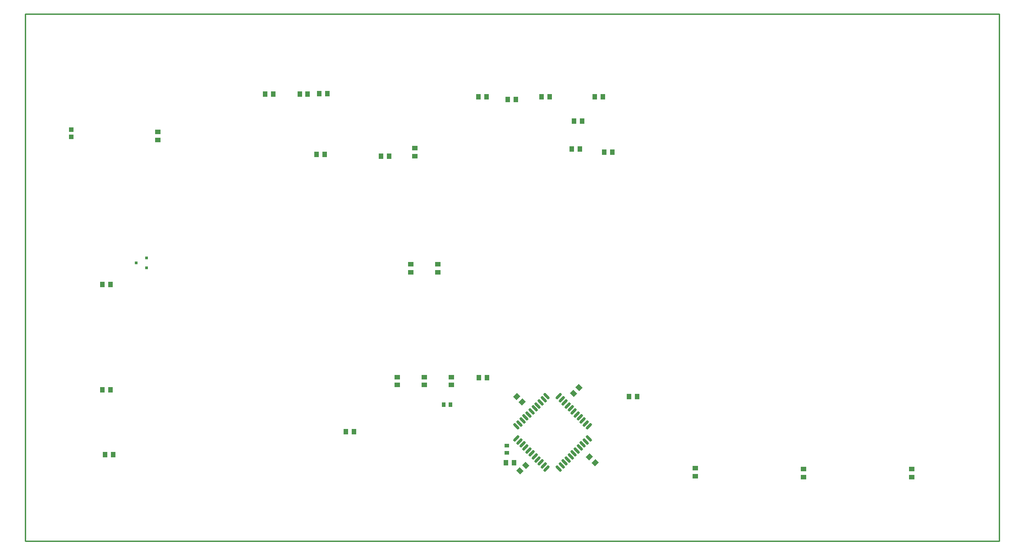
<source format=gtp>
G04 Layer_Color=7318015*
%FSLAX24Y24*%
%MOIN*%
G70*
G01*
G75*
%ADD10R,0.0315X0.0374*%
%ADD11R,0.0374X0.0315*%
%ADD12R,0.0354X0.0335*%
%ADD13R,0.0350X0.0394*%
G04:AMPARAMS|DCode=14|XSize=39.4mil|YSize=35mil|CornerRadius=0mil|HoleSize=0mil|Usage=FLASHONLY|Rotation=225.000|XOffset=0mil|YOffset=0mil|HoleType=Round|Shape=Rectangle|*
%AMROTATEDRECTD14*
4,1,4,0.0015,0.0263,0.0263,0.0015,-0.0015,-0.0263,-0.0263,-0.0015,0.0015,0.0263,0.0*
%
%ADD14ROTATEDRECTD14*%

%ADD15R,0.0433X0.0354*%
%ADD16R,0.0354X0.0433*%
G04:AMPARAMS|DCode=18|XSize=39.4mil|YSize=35mil|CornerRadius=0mil|HoleSize=0mil|Usage=FLASHONLY|Rotation=135.000|XOffset=0mil|YOffset=0mil|HoleType=Round|Shape=Rectangle|*
%AMROTATEDRECTD18*
4,1,4,0.0263,-0.0015,0.0015,-0.0263,-0.0263,0.0015,-0.0015,0.0263,0.0263,-0.0015,0.0*
%
%ADD18ROTATEDRECTD18*%

%ADD19R,0.0394X0.0350*%
G04:AMPARAMS|DCode=20|XSize=21.7mil|YSize=57.1mil|CornerRadius=0mil|HoleSize=0mil|Usage=FLASHONLY|Rotation=315.000|XOffset=0mil|YOffset=0mil|HoleType=Round|Shape=Round|*
%AMOVALD20*
21,1,0.0354,0.0217,0.0000,0.0000,45.0*
1,1,0.0217,-0.0125,-0.0125*
1,1,0.0217,0.0125,0.0125*
%
%ADD20OVALD20*%

G04:AMPARAMS|DCode=21|XSize=21.7mil|YSize=57.1mil|CornerRadius=0mil|HoleSize=0mil|Usage=FLASHONLY|Rotation=225.000|XOffset=0mil|YOffset=0mil|HoleType=Round|Shape=Round|*
%AMOVALD21*
21,1,0.0354,0.0217,0.0000,0.0000,315.0*
1,1,0.0217,-0.0125,0.0125*
1,1,0.0217,0.0125,-0.0125*
%
%ADD21OVALD21*%

%ADD23C,0.0100*%
%ADD61R,0.0236X0.0197*%
D10*
X68954Y76100D02*
D03*
X69446D02*
D03*
D11*
X73600Y73066D02*
D03*
Y72534D02*
D03*
D12*
X41400Y96456D02*
D03*
Y95944D02*
D03*
D13*
X61700Y74100D02*
D03*
X62300D02*
D03*
X71550Y78100D02*
D03*
X72150D02*
D03*
X82650Y76700D02*
D03*
X83250D02*
D03*
X44300Y85000D02*
D03*
X43700D02*
D03*
X44300Y77200D02*
D03*
X43700D02*
D03*
X44500Y72400D02*
D03*
X43900D02*
D03*
X59750Y99150D02*
D03*
X60350D02*
D03*
X80800Y94800D02*
D03*
X81400D02*
D03*
X64900Y94500D02*
D03*
X64300D02*
D03*
X80100Y98900D02*
D03*
X80700D02*
D03*
X60150Y94650D02*
D03*
X59550D02*
D03*
X79000Y95050D02*
D03*
X78400D02*
D03*
X73670Y98710D02*
D03*
X74270D02*
D03*
X71500Y98900D02*
D03*
X72100D02*
D03*
X78567Y97095D02*
D03*
X79167D02*
D03*
X76167Y98895D02*
D03*
X76767D02*
D03*
D14*
X74762Y76288D02*
D03*
X74338Y76712D02*
D03*
X79718Y72232D02*
D03*
X80142Y71808D02*
D03*
D15*
X66500Y85905D02*
D03*
Y86495D02*
D03*
X69500Y78145D02*
D03*
Y77555D02*
D03*
X67500Y78145D02*
D03*
Y77555D02*
D03*
X65500Y78145D02*
D03*
Y77555D02*
D03*
X66800Y94505D02*
D03*
Y95095D02*
D03*
X68500Y85905D02*
D03*
Y86495D02*
D03*
D16*
X56345Y99100D02*
D03*
X55755D02*
D03*
X58305D02*
D03*
X58895D02*
D03*
X74145Y71800D02*
D03*
X73555D02*
D03*
D18*
X78538Y76938D02*
D03*
X78962Y77362D02*
D03*
X75012Y71612D02*
D03*
X74588Y71188D02*
D03*
D19*
X87550Y70800D02*
D03*
Y71400D02*
D03*
X95550Y70750D02*
D03*
Y71350D02*
D03*
X103550Y70750D02*
D03*
Y71350D02*
D03*
X47800Y96300D02*
D03*
Y95700D02*
D03*
D20*
X79673Y74495D02*
D03*
X79450Y74718D02*
D03*
X79227Y74941D02*
D03*
X79004Y75164D02*
D03*
X78782Y75386D02*
D03*
X78559Y75609D02*
D03*
X78336Y75832D02*
D03*
X78114Y76054D02*
D03*
X77891Y76277D02*
D03*
X77668Y76500D02*
D03*
X77445Y76723D02*
D03*
X74327Y73605D02*
D03*
X74550Y73382D02*
D03*
X74773Y73159D02*
D03*
X74996Y72936D02*
D03*
X75218Y72714D02*
D03*
X75441Y72491D02*
D03*
X75664Y72268D02*
D03*
X75886Y72046D02*
D03*
X76109Y71823D02*
D03*
X76332Y71600D02*
D03*
X76555Y71377D02*
D03*
D21*
Y76723D02*
D03*
X76332Y76500D02*
D03*
X76109Y76277D02*
D03*
X75886Y76054D02*
D03*
X75664Y75832D02*
D03*
X75441Y75609D02*
D03*
X75218Y75386D02*
D03*
X74996Y75164D02*
D03*
X74773Y74941D02*
D03*
X74550Y74718D02*
D03*
X74327Y74495D02*
D03*
X77445Y71377D02*
D03*
X77668Y71600D02*
D03*
X77891Y71823D02*
D03*
X78114Y72046D02*
D03*
X78336Y72268D02*
D03*
X78559Y72491D02*
D03*
X78782Y72714D02*
D03*
X79004Y72936D02*
D03*
X79227Y73159D02*
D03*
X79450Y73382D02*
D03*
X79673Y73605D02*
D03*
D23*
X38000Y105050D02*
X110000D01*
X38000Y66000D02*
X110000D01*
X38000D02*
Y105050D01*
X110000Y66000D02*
Y105050D01*
D61*
X46206Y86600D02*
D03*
X46994Y86226D02*
D03*
Y86974D02*
D03*
M02*

</source>
